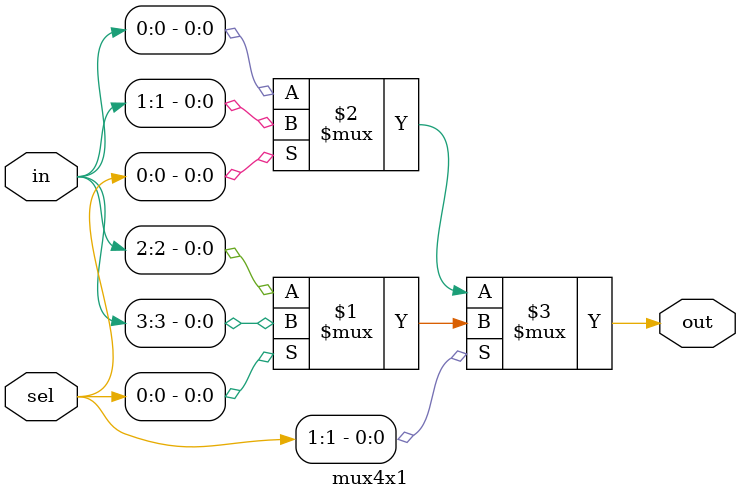
<source format=v>
`timescale 1ns / 1ps

module mux4x1(output out,
input [3:0] in ,
input [1:0] sel);

assign out=(sel[1])?(sel[0]?in[3]:in[2]):(sel[0]?in[1]:in[0]);
endmodule


</source>
